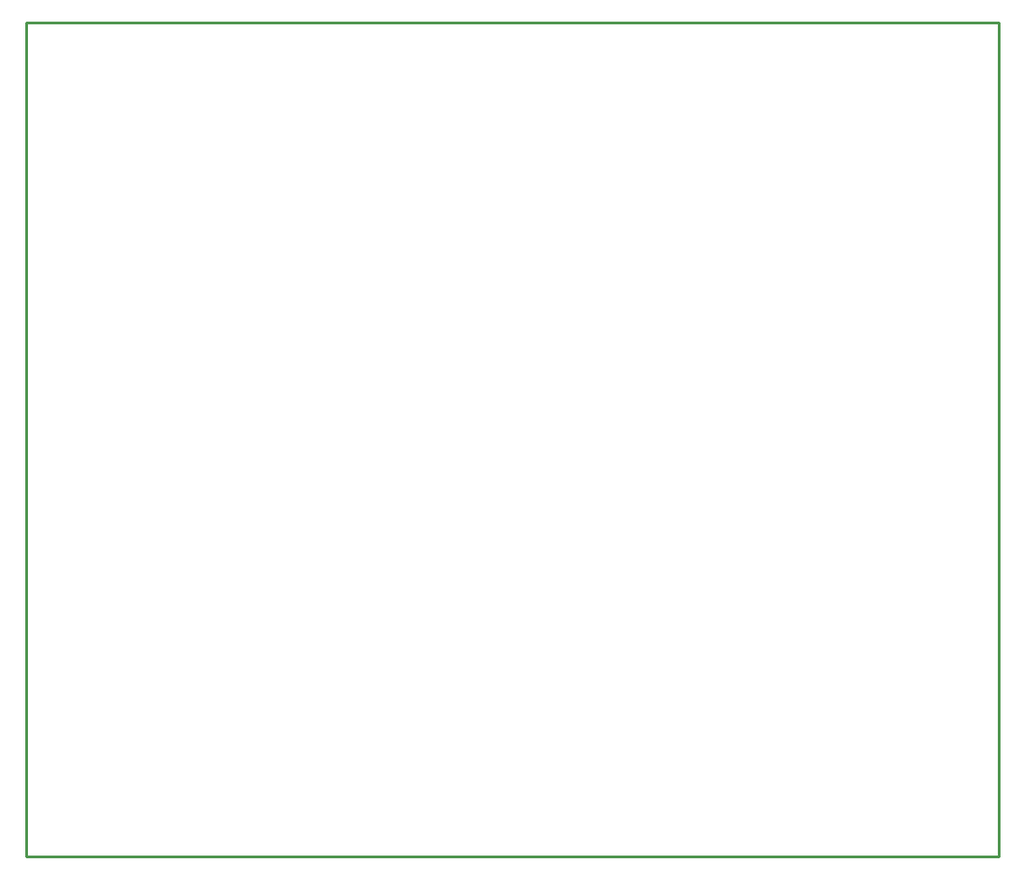
<source format=gko>
G04 Layer_Color=16711935*
%FSLAX25Y25*%
%MOIN*%
G70*
G01*
G75*
%ADD34C,0.01000*%
D34*
X0Y0D02*
Y308500D01*
X359500D01*
Y1000D02*
Y308500D01*
Y0D02*
Y1000D01*
X0Y0D02*
X359500D01*
M02*

</source>
